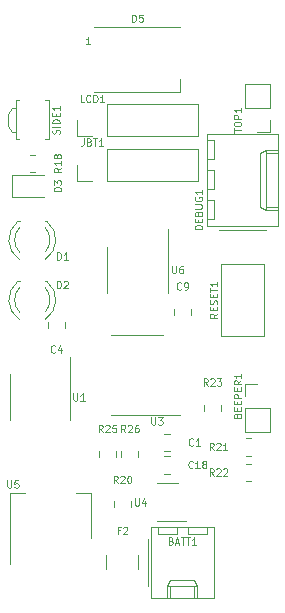
<source format=gbr>
%TF.GenerationSoftware,KiCad,Pcbnew,5.1.9-73d0e3b20d~88~ubuntu20.04.1*%
%TF.CreationDate,2021-03-24T22:28:27+08:00*%
%TF.ProjectId,elec-remote,656c6563-2d72-4656-9d6f-74652e6b6963,rev?*%
%TF.SameCoordinates,Original*%
%TF.FileFunction,Legend,Top*%
%TF.FilePolarity,Positive*%
%FSLAX46Y46*%
G04 Gerber Fmt 4.6, Leading zero omitted, Abs format (unit mm)*
G04 Created by KiCad (PCBNEW 5.1.9-73d0e3b20d~88~ubuntu20.04.1) date 2021-03-24 22:28:27*
%MOMM*%
%LPD*%
G01*
G04 APERTURE LIST*
%ADD10C,0.120000*%
%ADD11C,0.100000*%
G04 APERTURE END LIST*
D10*
%TO.C,D5*%
X38260000Y-27730000D02*
X45560000Y-27730000D01*
X38260000Y-33230000D02*
X45560000Y-33230000D01*
X45560000Y-33230000D02*
X45560000Y-32080000D01*
%TO.C,JBT1*%
X47050000Y-40700000D02*
X47050000Y-38040000D01*
X39370000Y-40700000D02*
X47050000Y-40700000D01*
X39370000Y-38040000D02*
X47050000Y-38040000D01*
X39370000Y-40700000D02*
X39370000Y-38040000D01*
X38100000Y-40700000D02*
X36770000Y-40700000D01*
X36770000Y-40700000D02*
X36770000Y-39370000D01*
%TO.C,TOP1*%
X53130000Y-32500000D02*
X51010000Y-32500000D01*
X53130000Y-34560000D02*
X53130000Y-32500000D01*
X51010000Y-34560000D02*
X51010000Y-32500000D01*
X53130000Y-34560000D02*
X51010000Y-34560000D01*
X53130000Y-35560000D02*
X53130000Y-36620000D01*
X53130000Y-36620000D02*
X52070000Y-36620000D01*
%TO.C,DEBUG1*%
X47770000Y-44560000D02*
X53790000Y-44560000D01*
X53790000Y-44560000D02*
X53790000Y-36720000D01*
X53790000Y-36720000D02*
X47770000Y-36720000D01*
X47770000Y-36720000D02*
X47770000Y-44560000D01*
X48800000Y-44850000D02*
X52800000Y-44850000D01*
X53790000Y-43180000D02*
X52790000Y-43180000D01*
X52790000Y-43180000D02*
X52790000Y-38100000D01*
X52790000Y-38100000D02*
X53790000Y-38100000D01*
X52790000Y-43180000D02*
X52260000Y-42930000D01*
X52260000Y-42930000D02*
X52260000Y-38350000D01*
X52260000Y-38350000D02*
X52790000Y-38100000D01*
X53790000Y-42930000D02*
X52790000Y-42930000D01*
X53790000Y-38350000D02*
X52790000Y-38350000D01*
X47770000Y-43980000D02*
X48370000Y-43980000D01*
X48370000Y-43980000D02*
X48370000Y-42380000D01*
X48370000Y-42380000D02*
X47770000Y-42380000D01*
X47770000Y-41440000D02*
X48370000Y-41440000D01*
X48370000Y-41440000D02*
X48370000Y-39840000D01*
X48370000Y-39840000D02*
X47770000Y-39840000D01*
X47770000Y-38900000D02*
X48370000Y-38900000D01*
X48370000Y-38900000D02*
X48370000Y-37300000D01*
X48370000Y-37300000D02*
X47770000Y-37300000D01*
%TO.C,BEEPER1*%
X51010000Y-62020000D02*
X53130000Y-62020000D01*
X51010000Y-59960000D02*
X51010000Y-62020000D01*
X53130000Y-59960000D02*
X53130000Y-62020000D01*
X51010000Y-59960000D02*
X53130000Y-59960000D01*
X51010000Y-58960000D02*
X51010000Y-57900000D01*
X51010000Y-57900000D02*
X52070000Y-57900000D01*
%TO.C,SIDE1*%
X30920000Y-36060000D02*
X31300000Y-36560000D01*
X31300000Y-36560000D02*
X31620000Y-36560000D01*
X30920000Y-36060000D02*
X30920000Y-35060000D01*
X30920000Y-35060000D02*
X31300000Y-34560000D01*
X31300000Y-34560000D02*
X31620000Y-34560000D01*
X34420000Y-37210000D02*
X34420000Y-33910000D01*
X34120000Y-37210000D02*
X34420000Y-37210000D01*
X34420000Y-33910000D02*
X34120000Y-33910000D01*
X31920000Y-37210000D02*
X31620000Y-37210000D01*
X31620000Y-37210000D02*
X31620000Y-33910000D01*
X31620000Y-33910000D02*
X31920000Y-33910000D01*
%TO.C,LCD1*%
X47050000Y-36890000D02*
X47050000Y-34230000D01*
X39370000Y-36890000D02*
X47050000Y-36890000D01*
X39370000Y-34230000D02*
X47050000Y-34230000D01*
X39370000Y-36890000D02*
X39370000Y-34230000D01*
X38100000Y-36890000D02*
X36770000Y-36890000D01*
X36770000Y-36890000D02*
X36770000Y-35560000D01*
%TO.C,U6*%
X39350000Y-48260000D02*
X39350000Y-50210000D01*
X39350000Y-48260000D02*
X39350000Y-46310000D01*
X44470000Y-48260000D02*
X44470000Y-50210000D01*
X44470000Y-48260000D02*
X44470000Y-44810000D01*
%TO.C,U5*%
X37954000Y-67178000D02*
X36694000Y-67178000D01*
X31134000Y-67178000D02*
X32394000Y-67178000D01*
X37954000Y-70938000D02*
X37954000Y-67178000D01*
X31134000Y-73188000D02*
X31134000Y-67178000D01*
%TO.C,U4*%
X45350000Y-66335000D02*
X43550000Y-66335000D01*
X43550000Y-69555000D02*
X46000000Y-69555000D01*
%TO.C,U3*%
X41910000Y-53765000D02*
X39710000Y-53765000D01*
X41910000Y-53765000D02*
X44110000Y-53765000D01*
X41910000Y-60535000D02*
X39710000Y-60535000D01*
X41910000Y-60535000D02*
X45510000Y-60535000D01*
%TO.C,U1*%
X31095000Y-59055000D02*
X31095000Y-61005000D01*
X31095000Y-59055000D02*
X31095000Y-57105000D01*
X36215000Y-59055000D02*
X36215000Y-61005000D01*
X36215000Y-59055000D02*
X36215000Y-55605000D01*
%TO.C,RESET1*%
X48990000Y-53860000D02*
X48990000Y-47740000D01*
X48990000Y-47740000D02*
X52610000Y-47740000D01*
X52610000Y-47740000D02*
X52610000Y-53860000D01*
X52610000Y-53860000D02*
X48990000Y-53860000D01*
%TO.C,R26*%
X40540000Y-64084564D02*
X40540000Y-63630436D01*
X42010000Y-64084564D02*
X42010000Y-63630436D01*
%TO.C,R25*%
X40105000Y-63630436D02*
X40105000Y-64084564D01*
X38635000Y-63630436D02*
X38635000Y-64084564D01*
%TO.C,R23*%
X48995000Y-59716936D02*
X48995000Y-60171064D01*
X47525000Y-59716936D02*
X47525000Y-60171064D01*
%TO.C,R22*%
X51535064Y-66140000D02*
X51080936Y-66140000D01*
X51535064Y-64670000D02*
X51080936Y-64670000D01*
%TO.C,R21*%
X51535064Y-63981000D02*
X51080936Y-63981000D01*
X51535064Y-62511000D02*
X51080936Y-62511000D01*
%TO.C,R20*%
X39905000Y-68299064D02*
X39905000Y-67844936D01*
X41375000Y-68299064D02*
X41375000Y-67844936D01*
%TO.C,R18*%
X33247064Y-39978000D02*
X32792936Y-39978000D01*
X33247064Y-38508000D02*
X32792936Y-38508000D01*
%TO.C,BATT1*%
X43070000Y-69995000D02*
X43070000Y-76015000D01*
X43070000Y-76015000D02*
X48370000Y-76015000D01*
X48370000Y-76015000D02*
X48370000Y-69995000D01*
X48370000Y-69995000D02*
X43070000Y-69995000D01*
X42780000Y-71025000D02*
X42780000Y-75025000D01*
X44450000Y-76015000D02*
X44450000Y-75015000D01*
X44450000Y-75015000D02*
X46990000Y-75015000D01*
X46990000Y-75015000D02*
X46990000Y-76015000D01*
X44450000Y-75015000D02*
X44700000Y-74485000D01*
X44700000Y-74485000D02*
X46740000Y-74485000D01*
X46740000Y-74485000D02*
X46990000Y-75015000D01*
X44700000Y-76015000D02*
X44700000Y-75015000D01*
X46740000Y-76015000D02*
X46740000Y-75015000D01*
X43650000Y-69995000D02*
X43650000Y-70595000D01*
X43650000Y-70595000D02*
X45250000Y-70595000D01*
X45250000Y-70595000D02*
X45250000Y-69995000D01*
X46190000Y-69995000D02*
X46190000Y-70595000D01*
X46190000Y-70595000D02*
X47790000Y-70595000D01*
X47790000Y-70595000D02*
X47790000Y-69995000D01*
%TO.C,F2*%
X39280000Y-73627064D02*
X39280000Y-72422936D01*
X42000000Y-73627064D02*
X42000000Y-72422936D01*
%TO.C,D3*%
X34020000Y-40188000D02*
X31335000Y-40188000D01*
X31335000Y-40188000D02*
X31335000Y-42108000D01*
X31335000Y-42108000D02*
X34020000Y-42108000D01*
%TO.C,D2*%
X34256000Y-49240000D02*
X34100000Y-49240000D01*
X31940000Y-49240000D02*
X31784000Y-49240000D01*
X31940163Y-51841130D02*
G75*
G02*
X31940000Y-49759039I1079837J1041130D01*
G01*
X34099837Y-51841130D02*
G75*
G03*
X34100000Y-49759039I-1079837J1041130D01*
G01*
X31941392Y-52472335D02*
G75*
G02*
X31784484Y-49240000I1078608J1672335D01*
G01*
X34098608Y-52472335D02*
G75*
G03*
X34255516Y-49240000I-1078608J1672335D01*
G01*
%TO.C,D1*%
X34256000Y-44160000D02*
X34100000Y-44160000D01*
X31940000Y-44160000D02*
X31784000Y-44160000D01*
X31940163Y-46761130D02*
G75*
G02*
X31940000Y-44679039I1079837J1041130D01*
G01*
X34099837Y-46761130D02*
G75*
G03*
X34100000Y-44679039I-1079837J1041130D01*
G01*
X31941392Y-47392335D02*
G75*
G02*
X31784484Y-44160000I1078608J1672335D01*
G01*
X34098608Y-47392335D02*
G75*
G03*
X34255516Y-44160000I-1078608J1672335D01*
G01*
%TO.C,C18*%
X44711252Y-65505000D02*
X44188748Y-65505000D01*
X44711252Y-64035000D02*
X44188748Y-64035000D01*
%TO.C,C9*%
X44985000Y-52077252D02*
X44985000Y-51554748D01*
X46455000Y-52077252D02*
X46455000Y-51554748D01*
%TO.C,C4*%
X34317000Y-53220252D02*
X34317000Y-52697748D01*
X35787000Y-53220252D02*
X35787000Y-52697748D01*
%TO.C,C1*%
X44711252Y-63600000D02*
X44188748Y-63600000D01*
X44711252Y-62130000D02*
X44188748Y-62130000D01*
%TO.C,D5*%
D11*
X41467142Y-27251428D02*
X41467142Y-26651428D01*
X41610000Y-26651428D01*
X41695714Y-26680000D01*
X41752857Y-26737142D01*
X41781428Y-26794285D01*
X41810000Y-26908571D01*
X41810000Y-26994285D01*
X41781428Y-27108571D01*
X41752857Y-27165714D01*
X41695714Y-27222857D01*
X41610000Y-27251428D01*
X41467142Y-27251428D01*
X42352857Y-26651428D02*
X42067142Y-26651428D01*
X42038571Y-26937142D01*
X42067142Y-26908571D01*
X42124285Y-26880000D01*
X42267142Y-26880000D01*
X42324285Y-26908571D01*
X42352857Y-26937142D01*
X42381428Y-26994285D01*
X42381428Y-27137142D01*
X42352857Y-27194285D01*
X42324285Y-27222857D01*
X42267142Y-27251428D01*
X42124285Y-27251428D01*
X42067142Y-27222857D01*
X42038571Y-27194285D01*
X37931428Y-29151428D02*
X37588571Y-29151428D01*
X37760000Y-29151428D02*
X37760000Y-28551428D01*
X37702857Y-28637142D01*
X37645714Y-28694285D01*
X37588571Y-28722857D01*
%TO.C,JBT1*%
X37371428Y-37136428D02*
X37371428Y-37565000D01*
X37342857Y-37650714D01*
X37285714Y-37707857D01*
X37200000Y-37736428D01*
X37142857Y-37736428D01*
X37857142Y-37422142D02*
X37942857Y-37450714D01*
X37971428Y-37479285D01*
X38000000Y-37536428D01*
X38000000Y-37622142D01*
X37971428Y-37679285D01*
X37942857Y-37707857D01*
X37885714Y-37736428D01*
X37657142Y-37736428D01*
X37657142Y-37136428D01*
X37857142Y-37136428D01*
X37914285Y-37165000D01*
X37942857Y-37193571D01*
X37971428Y-37250714D01*
X37971428Y-37307857D01*
X37942857Y-37365000D01*
X37914285Y-37393571D01*
X37857142Y-37422142D01*
X37657142Y-37422142D01*
X38171428Y-37136428D02*
X38514285Y-37136428D01*
X38342857Y-37736428D02*
X38342857Y-37136428D01*
X39028571Y-37736428D02*
X38685714Y-37736428D01*
X38857142Y-37736428D02*
X38857142Y-37136428D01*
X38800000Y-37222142D01*
X38742857Y-37279285D01*
X38685714Y-37307857D01*
%TO.C,TOP1*%
X50090428Y-36631428D02*
X50090428Y-36288571D01*
X50690428Y-36460000D02*
X50090428Y-36460000D01*
X50090428Y-35974285D02*
X50090428Y-35860000D01*
X50119000Y-35802857D01*
X50176142Y-35745714D01*
X50290428Y-35717142D01*
X50490428Y-35717142D01*
X50604714Y-35745714D01*
X50661857Y-35802857D01*
X50690428Y-35860000D01*
X50690428Y-35974285D01*
X50661857Y-36031428D01*
X50604714Y-36088571D01*
X50490428Y-36117142D01*
X50290428Y-36117142D01*
X50176142Y-36088571D01*
X50119000Y-36031428D01*
X50090428Y-35974285D01*
X50690428Y-35460000D02*
X50090428Y-35460000D01*
X50090428Y-35231428D01*
X50119000Y-35174285D01*
X50147571Y-35145714D01*
X50204714Y-35117142D01*
X50290428Y-35117142D01*
X50347571Y-35145714D01*
X50376142Y-35174285D01*
X50404714Y-35231428D01*
X50404714Y-35460000D01*
X50690428Y-34545714D02*
X50690428Y-34888571D01*
X50690428Y-34717142D02*
X50090428Y-34717142D01*
X50176142Y-34774285D01*
X50233285Y-34831428D01*
X50261857Y-34888571D01*
%TO.C,DEBUG1*%
X47388428Y-44808571D02*
X46788428Y-44808571D01*
X46788428Y-44665714D01*
X46817000Y-44580000D01*
X46874142Y-44522857D01*
X46931285Y-44494285D01*
X47045571Y-44465714D01*
X47131285Y-44465714D01*
X47245571Y-44494285D01*
X47302714Y-44522857D01*
X47359857Y-44580000D01*
X47388428Y-44665714D01*
X47388428Y-44808571D01*
X47074142Y-44208571D02*
X47074142Y-44008571D01*
X47388428Y-43922857D02*
X47388428Y-44208571D01*
X46788428Y-44208571D01*
X46788428Y-43922857D01*
X47074142Y-43465714D02*
X47102714Y-43380000D01*
X47131285Y-43351428D01*
X47188428Y-43322857D01*
X47274142Y-43322857D01*
X47331285Y-43351428D01*
X47359857Y-43380000D01*
X47388428Y-43437142D01*
X47388428Y-43665714D01*
X46788428Y-43665714D01*
X46788428Y-43465714D01*
X46817000Y-43408571D01*
X46845571Y-43380000D01*
X46902714Y-43351428D01*
X46959857Y-43351428D01*
X47017000Y-43380000D01*
X47045571Y-43408571D01*
X47074142Y-43465714D01*
X47074142Y-43665714D01*
X46788428Y-43065714D02*
X47274142Y-43065714D01*
X47331285Y-43037142D01*
X47359857Y-43008571D01*
X47388428Y-42951428D01*
X47388428Y-42837142D01*
X47359857Y-42780000D01*
X47331285Y-42751428D01*
X47274142Y-42722857D01*
X46788428Y-42722857D01*
X46817000Y-42122857D02*
X46788428Y-42180000D01*
X46788428Y-42265714D01*
X46817000Y-42351428D01*
X46874142Y-42408571D01*
X46931285Y-42437142D01*
X47045571Y-42465714D01*
X47131285Y-42465714D01*
X47245571Y-42437142D01*
X47302714Y-42408571D01*
X47359857Y-42351428D01*
X47388428Y-42265714D01*
X47388428Y-42208571D01*
X47359857Y-42122857D01*
X47331285Y-42094285D01*
X47131285Y-42094285D01*
X47131285Y-42208571D01*
X47388428Y-41522857D02*
X47388428Y-41865714D01*
X47388428Y-41694285D02*
X46788428Y-41694285D01*
X46874142Y-41751428D01*
X46931285Y-41808571D01*
X46959857Y-41865714D01*
%TO.C,BEEPER1*%
X50376142Y-60585142D02*
X50404714Y-60499428D01*
X50433285Y-60470857D01*
X50490428Y-60442285D01*
X50576142Y-60442285D01*
X50633285Y-60470857D01*
X50661857Y-60499428D01*
X50690428Y-60556571D01*
X50690428Y-60785142D01*
X50090428Y-60785142D01*
X50090428Y-60585142D01*
X50119000Y-60528000D01*
X50147571Y-60499428D01*
X50204714Y-60470857D01*
X50261857Y-60470857D01*
X50319000Y-60499428D01*
X50347571Y-60528000D01*
X50376142Y-60585142D01*
X50376142Y-60785142D01*
X50376142Y-60185142D02*
X50376142Y-59985142D01*
X50690428Y-59899428D02*
X50690428Y-60185142D01*
X50090428Y-60185142D01*
X50090428Y-59899428D01*
X50376142Y-59642285D02*
X50376142Y-59442285D01*
X50690428Y-59356571D02*
X50690428Y-59642285D01*
X50090428Y-59642285D01*
X50090428Y-59356571D01*
X50690428Y-59099428D02*
X50090428Y-59099428D01*
X50090428Y-58870857D01*
X50119000Y-58813714D01*
X50147571Y-58785142D01*
X50204714Y-58756571D01*
X50290428Y-58756571D01*
X50347571Y-58785142D01*
X50376142Y-58813714D01*
X50404714Y-58870857D01*
X50404714Y-59099428D01*
X50376142Y-58499428D02*
X50376142Y-58299428D01*
X50690428Y-58213714D02*
X50690428Y-58499428D01*
X50090428Y-58499428D01*
X50090428Y-58213714D01*
X50690428Y-57613714D02*
X50404714Y-57813714D01*
X50690428Y-57956571D02*
X50090428Y-57956571D01*
X50090428Y-57728000D01*
X50119000Y-57670857D01*
X50147571Y-57642285D01*
X50204714Y-57613714D01*
X50290428Y-57613714D01*
X50347571Y-57642285D01*
X50376142Y-57670857D01*
X50404714Y-57728000D01*
X50404714Y-57956571D01*
X50690428Y-57042285D02*
X50690428Y-57385142D01*
X50690428Y-57213714D02*
X50090428Y-57213714D01*
X50176142Y-57270857D01*
X50233285Y-57328000D01*
X50261857Y-57385142D01*
%TO.C,SIDE1*%
X35294857Y-36731428D02*
X35323428Y-36645714D01*
X35323428Y-36502857D01*
X35294857Y-36445714D01*
X35266285Y-36417142D01*
X35209142Y-36388571D01*
X35152000Y-36388571D01*
X35094857Y-36417142D01*
X35066285Y-36445714D01*
X35037714Y-36502857D01*
X35009142Y-36617142D01*
X34980571Y-36674285D01*
X34952000Y-36702857D01*
X34894857Y-36731428D01*
X34837714Y-36731428D01*
X34780571Y-36702857D01*
X34752000Y-36674285D01*
X34723428Y-36617142D01*
X34723428Y-36474285D01*
X34752000Y-36388571D01*
X35323428Y-36131428D02*
X34723428Y-36131428D01*
X35323428Y-35845714D02*
X34723428Y-35845714D01*
X34723428Y-35702857D01*
X34752000Y-35617142D01*
X34809142Y-35560000D01*
X34866285Y-35531428D01*
X34980571Y-35502857D01*
X35066285Y-35502857D01*
X35180571Y-35531428D01*
X35237714Y-35560000D01*
X35294857Y-35617142D01*
X35323428Y-35702857D01*
X35323428Y-35845714D01*
X35009142Y-35245714D02*
X35009142Y-35045714D01*
X35323428Y-34960000D02*
X35323428Y-35245714D01*
X34723428Y-35245714D01*
X34723428Y-34960000D01*
X35323428Y-34388571D02*
X35323428Y-34731428D01*
X35323428Y-34560000D02*
X34723428Y-34560000D01*
X34809142Y-34617142D01*
X34866285Y-34674285D01*
X34894857Y-34731428D01*
%TO.C,LCD1*%
X37400000Y-34053428D02*
X37114285Y-34053428D01*
X37114285Y-33453428D01*
X37942857Y-33996285D02*
X37914285Y-34024857D01*
X37828571Y-34053428D01*
X37771428Y-34053428D01*
X37685714Y-34024857D01*
X37628571Y-33967714D01*
X37600000Y-33910571D01*
X37571428Y-33796285D01*
X37571428Y-33710571D01*
X37600000Y-33596285D01*
X37628571Y-33539142D01*
X37685714Y-33482000D01*
X37771428Y-33453428D01*
X37828571Y-33453428D01*
X37914285Y-33482000D01*
X37942857Y-33510571D01*
X38200000Y-34053428D02*
X38200000Y-33453428D01*
X38342857Y-33453428D01*
X38428571Y-33482000D01*
X38485714Y-33539142D01*
X38514285Y-33596285D01*
X38542857Y-33710571D01*
X38542857Y-33796285D01*
X38514285Y-33910571D01*
X38485714Y-33967714D01*
X38428571Y-34024857D01*
X38342857Y-34053428D01*
X38200000Y-34053428D01*
X39114285Y-34053428D02*
X38771428Y-34053428D01*
X38942857Y-34053428D02*
X38942857Y-33453428D01*
X38885714Y-33539142D01*
X38828571Y-33596285D01*
X38771428Y-33624857D01*
%TO.C,U6*%
X44852857Y-47931428D02*
X44852857Y-48417142D01*
X44881428Y-48474285D01*
X44910000Y-48502857D01*
X44967142Y-48531428D01*
X45081428Y-48531428D01*
X45138571Y-48502857D01*
X45167142Y-48474285D01*
X45195714Y-48417142D01*
X45195714Y-47931428D01*
X45738571Y-47931428D02*
X45624285Y-47931428D01*
X45567142Y-47960000D01*
X45538571Y-47988571D01*
X45481428Y-48074285D01*
X45452857Y-48188571D01*
X45452857Y-48417142D01*
X45481428Y-48474285D01*
X45510000Y-48502857D01*
X45567142Y-48531428D01*
X45681428Y-48531428D01*
X45738571Y-48502857D01*
X45767142Y-48474285D01*
X45795714Y-48417142D01*
X45795714Y-48274285D01*
X45767142Y-48217142D01*
X45738571Y-48188571D01*
X45681428Y-48160000D01*
X45567142Y-48160000D01*
X45510000Y-48188571D01*
X45481428Y-48217142D01*
X45452857Y-48274285D01*
%TO.C,U5*%
X30911857Y-66092428D02*
X30911857Y-66578142D01*
X30940428Y-66635285D01*
X30969000Y-66663857D01*
X31026142Y-66692428D01*
X31140428Y-66692428D01*
X31197571Y-66663857D01*
X31226142Y-66635285D01*
X31254714Y-66578142D01*
X31254714Y-66092428D01*
X31826142Y-66092428D02*
X31540428Y-66092428D01*
X31511857Y-66378142D01*
X31540428Y-66349571D01*
X31597571Y-66321000D01*
X31740428Y-66321000D01*
X31797571Y-66349571D01*
X31826142Y-66378142D01*
X31854714Y-66435285D01*
X31854714Y-66578142D01*
X31826142Y-66635285D01*
X31797571Y-66663857D01*
X31740428Y-66692428D01*
X31597571Y-66692428D01*
X31540428Y-66663857D01*
X31511857Y-66635285D01*
%TO.C,U4*%
X41706857Y-67616428D02*
X41706857Y-68102142D01*
X41735428Y-68159285D01*
X41764000Y-68187857D01*
X41821142Y-68216428D01*
X41935428Y-68216428D01*
X41992571Y-68187857D01*
X42021142Y-68159285D01*
X42049714Y-68102142D01*
X42049714Y-67616428D01*
X42592571Y-67816428D02*
X42592571Y-68216428D01*
X42449714Y-67587857D02*
X42306857Y-68016428D01*
X42678285Y-68016428D01*
%TO.C,U3*%
X43103857Y-60758428D02*
X43103857Y-61244142D01*
X43132428Y-61301285D01*
X43161000Y-61329857D01*
X43218142Y-61358428D01*
X43332428Y-61358428D01*
X43389571Y-61329857D01*
X43418142Y-61301285D01*
X43446714Y-61244142D01*
X43446714Y-60758428D01*
X43675285Y-60758428D02*
X44046714Y-60758428D01*
X43846714Y-60987000D01*
X43932428Y-60987000D01*
X43989571Y-61015571D01*
X44018142Y-61044142D01*
X44046714Y-61101285D01*
X44046714Y-61244142D01*
X44018142Y-61301285D01*
X43989571Y-61329857D01*
X43932428Y-61358428D01*
X43761000Y-61358428D01*
X43703857Y-61329857D01*
X43675285Y-61301285D01*
%TO.C,U1*%
X36499857Y-58726428D02*
X36499857Y-59212142D01*
X36528428Y-59269285D01*
X36557000Y-59297857D01*
X36614142Y-59326428D01*
X36728428Y-59326428D01*
X36785571Y-59297857D01*
X36814142Y-59269285D01*
X36842714Y-59212142D01*
X36842714Y-58726428D01*
X37442714Y-59326428D02*
X37099857Y-59326428D01*
X37271285Y-59326428D02*
X37271285Y-58726428D01*
X37214142Y-58812142D01*
X37157000Y-58869285D01*
X37099857Y-58897857D01*
%TO.C,RESET1*%
X48658428Y-51957142D02*
X48372714Y-52157142D01*
X48658428Y-52300000D02*
X48058428Y-52300000D01*
X48058428Y-52071428D01*
X48087000Y-52014285D01*
X48115571Y-51985714D01*
X48172714Y-51957142D01*
X48258428Y-51957142D01*
X48315571Y-51985714D01*
X48344142Y-52014285D01*
X48372714Y-52071428D01*
X48372714Y-52300000D01*
X48344142Y-51700000D02*
X48344142Y-51500000D01*
X48658428Y-51414285D02*
X48658428Y-51700000D01*
X48058428Y-51700000D01*
X48058428Y-51414285D01*
X48629857Y-51185714D02*
X48658428Y-51100000D01*
X48658428Y-50957142D01*
X48629857Y-50900000D01*
X48601285Y-50871428D01*
X48544142Y-50842857D01*
X48487000Y-50842857D01*
X48429857Y-50871428D01*
X48401285Y-50900000D01*
X48372714Y-50957142D01*
X48344142Y-51071428D01*
X48315571Y-51128571D01*
X48287000Y-51157142D01*
X48229857Y-51185714D01*
X48172714Y-51185714D01*
X48115571Y-51157142D01*
X48087000Y-51128571D01*
X48058428Y-51071428D01*
X48058428Y-50928571D01*
X48087000Y-50842857D01*
X48344142Y-50585714D02*
X48344142Y-50385714D01*
X48658428Y-50300000D02*
X48658428Y-50585714D01*
X48058428Y-50585714D01*
X48058428Y-50300000D01*
X48058428Y-50128571D02*
X48058428Y-49785714D01*
X48658428Y-49957142D02*
X48058428Y-49957142D01*
X48658428Y-49271428D02*
X48658428Y-49614285D01*
X48658428Y-49442857D02*
X48058428Y-49442857D01*
X48144142Y-49500000D01*
X48201285Y-49557142D01*
X48229857Y-49614285D01*
%TO.C,R26*%
X40889285Y-61993428D02*
X40689285Y-61707714D01*
X40546428Y-61993428D02*
X40546428Y-61393428D01*
X40775000Y-61393428D01*
X40832142Y-61422000D01*
X40860714Y-61450571D01*
X40889285Y-61507714D01*
X40889285Y-61593428D01*
X40860714Y-61650571D01*
X40832142Y-61679142D01*
X40775000Y-61707714D01*
X40546428Y-61707714D01*
X41117857Y-61450571D02*
X41146428Y-61422000D01*
X41203571Y-61393428D01*
X41346428Y-61393428D01*
X41403571Y-61422000D01*
X41432142Y-61450571D01*
X41460714Y-61507714D01*
X41460714Y-61564857D01*
X41432142Y-61650571D01*
X41089285Y-61993428D01*
X41460714Y-61993428D01*
X41975000Y-61393428D02*
X41860714Y-61393428D01*
X41803571Y-61422000D01*
X41775000Y-61450571D01*
X41717857Y-61536285D01*
X41689285Y-61650571D01*
X41689285Y-61879142D01*
X41717857Y-61936285D01*
X41746428Y-61964857D01*
X41803571Y-61993428D01*
X41917857Y-61993428D01*
X41975000Y-61964857D01*
X42003571Y-61936285D01*
X42032142Y-61879142D01*
X42032142Y-61736285D01*
X42003571Y-61679142D01*
X41975000Y-61650571D01*
X41917857Y-61622000D01*
X41803571Y-61622000D01*
X41746428Y-61650571D01*
X41717857Y-61679142D01*
X41689285Y-61736285D01*
%TO.C,R25*%
X38984285Y-61993428D02*
X38784285Y-61707714D01*
X38641428Y-61993428D02*
X38641428Y-61393428D01*
X38870000Y-61393428D01*
X38927142Y-61422000D01*
X38955714Y-61450571D01*
X38984285Y-61507714D01*
X38984285Y-61593428D01*
X38955714Y-61650571D01*
X38927142Y-61679142D01*
X38870000Y-61707714D01*
X38641428Y-61707714D01*
X39212857Y-61450571D02*
X39241428Y-61422000D01*
X39298571Y-61393428D01*
X39441428Y-61393428D01*
X39498571Y-61422000D01*
X39527142Y-61450571D01*
X39555714Y-61507714D01*
X39555714Y-61564857D01*
X39527142Y-61650571D01*
X39184285Y-61993428D01*
X39555714Y-61993428D01*
X40098571Y-61393428D02*
X39812857Y-61393428D01*
X39784285Y-61679142D01*
X39812857Y-61650571D01*
X39870000Y-61622000D01*
X40012857Y-61622000D01*
X40070000Y-61650571D01*
X40098571Y-61679142D01*
X40127142Y-61736285D01*
X40127142Y-61879142D01*
X40098571Y-61936285D01*
X40070000Y-61964857D01*
X40012857Y-61993428D01*
X39870000Y-61993428D01*
X39812857Y-61964857D01*
X39784285Y-61936285D01*
%TO.C,R23*%
X47874285Y-58056428D02*
X47674285Y-57770714D01*
X47531428Y-58056428D02*
X47531428Y-57456428D01*
X47760000Y-57456428D01*
X47817142Y-57485000D01*
X47845714Y-57513571D01*
X47874285Y-57570714D01*
X47874285Y-57656428D01*
X47845714Y-57713571D01*
X47817142Y-57742142D01*
X47760000Y-57770714D01*
X47531428Y-57770714D01*
X48102857Y-57513571D02*
X48131428Y-57485000D01*
X48188571Y-57456428D01*
X48331428Y-57456428D01*
X48388571Y-57485000D01*
X48417142Y-57513571D01*
X48445714Y-57570714D01*
X48445714Y-57627857D01*
X48417142Y-57713571D01*
X48074285Y-58056428D01*
X48445714Y-58056428D01*
X48645714Y-57456428D02*
X49017142Y-57456428D01*
X48817142Y-57685000D01*
X48902857Y-57685000D01*
X48960000Y-57713571D01*
X48988571Y-57742142D01*
X49017142Y-57799285D01*
X49017142Y-57942142D01*
X48988571Y-57999285D01*
X48960000Y-58027857D01*
X48902857Y-58056428D01*
X48731428Y-58056428D01*
X48674285Y-58027857D01*
X48645714Y-57999285D01*
%TO.C,R22*%
X48382285Y-65676428D02*
X48182285Y-65390714D01*
X48039428Y-65676428D02*
X48039428Y-65076428D01*
X48268000Y-65076428D01*
X48325142Y-65105000D01*
X48353714Y-65133571D01*
X48382285Y-65190714D01*
X48382285Y-65276428D01*
X48353714Y-65333571D01*
X48325142Y-65362142D01*
X48268000Y-65390714D01*
X48039428Y-65390714D01*
X48610857Y-65133571D02*
X48639428Y-65105000D01*
X48696571Y-65076428D01*
X48839428Y-65076428D01*
X48896571Y-65105000D01*
X48925142Y-65133571D01*
X48953714Y-65190714D01*
X48953714Y-65247857D01*
X48925142Y-65333571D01*
X48582285Y-65676428D01*
X48953714Y-65676428D01*
X49182285Y-65133571D02*
X49210857Y-65105000D01*
X49268000Y-65076428D01*
X49410857Y-65076428D01*
X49468000Y-65105000D01*
X49496571Y-65133571D01*
X49525142Y-65190714D01*
X49525142Y-65247857D01*
X49496571Y-65333571D01*
X49153714Y-65676428D01*
X49525142Y-65676428D01*
%TO.C,R21*%
X48382285Y-63517428D02*
X48182285Y-63231714D01*
X48039428Y-63517428D02*
X48039428Y-62917428D01*
X48268000Y-62917428D01*
X48325142Y-62946000D01*
X48353714Y-62974571D01*
X48382285Y-63031714D01*
X48382285Y-63117428D01*
X48353714Y-63174571D01*
X48325142Y-63203142D01*
X48268000Y-63231714D01*
X48039428Y-63231714D01*
X48610857Y-62974571D02*
X48639428Y-62946000D01*
X48696571Y-62917428D01*
X48839428Y-62917428D01*
X48896571Y-62946000D01*
X48925142Y-62974571D01*
X48953714Y-63031714D01*
X48953714Y-63088857D01*
X48925142Y-63174571D01*
X48582285Y-63517428D01*
X48953714Y-63517428D01*
X49525142Y-63517428D02*
X49182285Y-63517428D01*
X49353714Y-63517428D02*
X49353714Y-62917428D01*
X49296571Y-63003142D01*
X49239428Y-63060285D01*
X49182285Y-63088857D01*
%TO.C,R20*%
X40254285Y-66311428D02*
X40054285Y-66025714D01*
X39911428Y-66311428D02*
X39911428Y-65711428D01*
X40140000Y-65711428D01*
X40197142Y-65740000D01*
X40225714Y-65768571D01*
X40254285Y-65825714D01*
X40254285Y-65911428D01*
X40225714Y-65968571D01*
X40197142Y-65997142D01*
X40140000Y-66025714D01*
X39911428Y-66025714D01*
X40482857Y-65768571D02*
X40511428Y-65740000D01*
X40568571Y-65711428D01*
X40711428Y-65711428D01*
X40768571Y-65740000D01*
X40797142Y-65768571D01*
X40825714Y-65825714D01*
X40825714Y-65882857D01*
X40797142Y-65968571D01*
X40454285Y-66311428D01*
X40825714Y-66311428D01*
X41197142Y-65711428D02*
X41254285Y-65711428D01*
X41311428Y-65740000D01*
X41340000Y-65768571D01*
X41368571Y-65825714D01*
X41397142Y-65940000D01*
X41397142Y-66082857D01*
X41368571Y-66197142D01*
X41340000Y-66254285D01*
X41311428Y-66282857D01*
X41254285Y-66311428D01*
X41197142Y-66311428D01*
X41140000Y-66282857D01*
X41111428Y-66254285D01*
X41082857Y-66197142D01*
X41054285Y-66082857D01*
X41054285Y-65940000D01*
X41082857Y-65825714D01*
X41111428Y-65768571D01*
X41140000Y-65740000D01*
X41197142Y-65711428D01*
%TO.C,R18*%
X35450428Y-39628714D02*
X35164714Y-39828714D01*
X35450428Y-39971571D02*
X34850428Y-39971571D01*
X34850428Y-39743000D01*
X34879000Y-39685857D01*
X34907571Y-39657285D01*
X34964714Y-39628714D01*
X35050428Y-39628714D01*
X35107571Y-39657285D01*
X35136142Y-39685857D01*
X35164714Y-39743000D01*
X35164714Y-39971571D01*
X35450428Y-39057285D02*
X35450428Y-39400142D01*
X35450428Y-39228714D02*
X34850428Y-39228714D01*
X34936142Y-39285857D01*
X34993285Y-39343000D01*
X35021857Y-39400142D01*
X35107571Y-38714428D02*
X35079000Y-38771571D01*
X35050428Y-38800142D01*
X34993285Y-38828714D01*
X34964714Y-38828714D01*
X34907571Y-38800142D01*
X34879000Y-38771571D01*
X34850428Y-38714428D01*
X34850428Y-38600142D01*
X34879000Y-38543000D01*
X34907571Y-38514428D01*
X34964714Y-38485857D01*
X34993285Y-38485857D01*
X35050428Y-38514428D01*
X35079000Y-38543000D01*
X35107571Y-38600142D01*
X35107571Y-38714428D01*
X35136142Y-38771571D01*
X35164714Y-38800142D01*
X35221857Y-38828714D01*
X35336142Y-38828714D01*
X35393285Y-38800142D01*
X35421857Y-38771571D01*
X35450428Y-38714428D01*
X35450428Y-38600142D01*
X35421857Y-38543000D01*
X35393285Y-38514428D01*
X35336142Y-38485857D01*
X35221857Y-38485857D01*
X35164714Y-38514428D01*
X35136142Y-38543000D01*
X35107571Y-38600142D01*
%TO.C,BATT1*%
X44762857Y-71204142D02*
X44848571Y-71232714D01*
X44877142Y-71261285D01*
X44905714Y-71318428D01*
X44905714Y-71404142D01*
X44877142Y-71461285D01*
X44848571Y-71489857D01*
X44791428Y-71518428D01*
X44562857Y-71518428D01*
X44562857Y-70918428D01*
X44762857Y-70918428D01*
X44820000Y-70947000D01*
X44848571Y-70975571D01*
X44877142Y-71032714D01*
X44877142Y-71089857D01*
X44848571Y-71147000D01*
X44820000Y-71175571D01*
X44762857Y-71204142D01*
X44562857Y-71204142D01*
X45134285Y-71347000D02*
X45420000Y-71347000D01*
X45077142Y-71518428D02*
X45277142Y-70918428D01*
X45477142Y-71518428D01*
X45591428Y-70918428D02*
X45934285Y-70918428D01*
X45762857Y-71518428D02*
X45762857Y-70918428D01*
X46048571Y-70918428D02*
X46391428Y-70918428D01*
X46220000Y-71518428D02*
X46220000Y-70918428D01*
X46905714Y-71518428D02*
X46562857Y-71518428D01*
X46734285Y-71518428D02*
X46734285Y-70918428D01*
X46677142Y-71004142D01*
X46620000Y-71061285D01*
X46562857Y-71089857D01*
%TO.C,F2*%
X40440000Y-70315142D02*
X40240000Y-70315142D01*
X40240000Y-70629428D02*
X40240000Y-70029428D01*
X40525714Y-70029428D01*
X40725714Y-70086571D02*
X40754285Y-70058000D01*
X40811428Y-70029428D01*
X40954285Y-70029428D01*
X41011428Y-70058000D01*
X41040000Y-70086571D01*
X41068571Y-70143714D01*
X41068571Y-70200857D01*
X41040000Y-70286571D01*
X40697142Y-70629428D01*
X41068571Y-70629428D01*
%TO.C,D3*%
X35450428Y-41590857D02*
X34850428Y-41590857D01*
X34850428Y-41448000D01*
X34879000Y-41362285D01*
X34936142Y-41305142D01*
X34993285Y-41276571D01*
X35107571Y-41248000D01*
X35193285Y-41248000D01*
X35307571Y-41276571D01*
X35364714Y-41305142D01*
X35421857Y-41362285D01*
X35450428Y-41448000D01*
X35450428Y-41590857D01*
X34850428Y-41048000D02*
X34850428Y-40676571D01*
X35079000Y-40876571D01*
X35079000Y-40790857D01*
X35107571Y-40733714D01*
X35136142Y-40705142D01*
X35193285Y-40676571D01*
X35336142Y-40676571D01*
X35393285Y-40705142D01*
X35421857Y-40733714D01*
X35450428Y-40790857D01*
X35450428Y-40962285D01*
X35421857Y-41019428D01*
X35393285Y-41048000D01*
%TO.C,D2*%
X35117142Y-49801428D02*
X35117142Y-49201428D01*
X35260000Y-49201428D01*
X35345714Y-49230000D01*
X35402857Y-49287142D01*
X35431428Y-49344285D01*
X35460000Y-49458571D01*
X35460000Y-49544285D01*
X35431428Y-49658571D01*
X35402857Y-49715714D01*
X35345714Y-49772857D01*
X35260000Y-49801428D01*
X35117142Y-49801428D01*
X35688571Y-49258571D02*
X35717142Y-49230000D01*
X35774285Y-49201428D01*
X35917142Y-49201428D01*
X35974285Y-49230000D01*
X36002857Y-49258571D01*
X36031428Y-49315714D01*
X36031428Y-49372857D01*
X36002857Y-49458571D01*
X35660000Y-49801428D01*
X36031428Y-49801428D01*
%TO.C,D1*%
X35117142Y-47388428D02*
X35117142Y-46788428D01*
X35260000Y-46788428D01*
X35345714Y-46817000D01*
X35402857Y-46874142D01*
X35431428Y-46931285D01*
X35460000Y-47045571D01*
X35460000Y-47131285D01*
X35431428Y-47245571D01*
X35402857Y-47302714D01*
X35345714Y-47359857D01*
X35260000Y-47388428D01*
X35117142Y-47388428D01*
X36031428Y-47388428D02*
X35688571Y-47388428D01*
X35860000Y-47388428D02*
X35860000Y-46788428D01*
X35802857Y-46874142D01*
X35745714Y-46931285D01*
X35688571Y-46959857D01*
%TO.C,C18*%
X46604285Y-64984285D02*
X46575714Y-65012857D01*
X46490000Y-65041428D01*
X46432857Y-65041428D01*
X46347142Y-65012857D01*
X46290000Y-64955714D01*
X46261428Y-64898571D01*
X46232857Y-64784285D01*
X46232857Y-64698571D01*
X46261428Y-64584285D01*
X46290000Y-64527142D01*
X46347142Y-64470000D01*
X46432857Y-64441428D01*
X46490000Y-64441428D01*
X46575714Y-64470000D01*
X46604285Y-64498571D01*
X47175714Y-65041428D02*
X46832857Y-65041428D01*
X47004285Y-65041428D02*
X47004285Y-64441428D01*
X46947142Y-64527142D01*
X46890000Y-64584285D01*
X46832857Y-64612857D01*
X47518571Y-64698571D02*
X47461428Y-64670000D01*
X47432857Y-64641428D01*
X47404285Y-64584285D01*
X47404285Y-64555714D01*
X47432857Y-64498571D01*
X47461428Y-64470000D01*
X47518571Y-64441428D01*
X47632857Y-64441428D01*
X47690000Y-64470000D01*
X47718571Y-64498571D01*
X47747142Y-64555714D01*
X47747142Y-64584285D01*
X47718571Y-64641428D01*
X47690000Y-64670000D01*
X47632857Y-64698571D01*
X47518571Y-64698571D01*
X47461428Y-64727142D01*
X47432857Y-64755714D01*
X47404285Y-64812857D01*
X47404285Y-64927142D01*
X47432857Y-64984285D01*
X47461428Y-65012857D01*
X47518571Y-65041428D01*
X47632857Y-65041428D01*
X47690000Y-65012857D01*
X47718571Y-64984285D01*
X47747142Y-64927142D01*
X47747142Y-64812857D01*
X47718571Y-64755714D01*
X47690000Y-64727142D01*
X47632857Y-64698571D01*
%TO.C,C9*%
X45620000Y-49871285D02*
X45591428Y-49899857D01*
X45505714Y-49928428D01*
X45448571Y-49928428D01*
X45362857Y-49899857D01*
X45305714Y-49842714D01*
X45277142Y-49785571D01*
X45248571Y-49671285D01*
X45248571Y-49585571D01*
X45277142Y-49471285D01*
X45305714Y-49414142D01*
X45362857Y-49357000D01*
X45448571Y-49328428D01*
X45505714Y-49328428D01*
X45591428Y-49357000D01*
X45620000Y-49385571D01*
X45905714Y-49928428D02*
X46020000Y-49928428D01*
X46077142Y-49899857D01*
X46105714Y-49871285D01*
X46162857Y-49785571D01*
X46191428Y-49671285D01*
X46191428Y-49442714D01*
X46162857Y-49385571D01*
X46134285Y-49357000D01*
X46077142Y-49328428D01*
X45962857Y-49328428D01*
X45905714Y-49357000D01*
X45877142Y-49385571D01*
X45848571Y-49442714D01*
X45848571Y-49585571D01*
X45877142Y-49642714D01*
X45905714Y-49671285D01*
X45962857Y-49699857D01*
X46077142Y-49699857D01*
X46134285Y-49671285D01*
X46162857Y-49642714D01*
X46191428Y-49585571D01*
%TO.C,C4*%
X34952000Y-55205285D02*
X34923428Y-55233857D01*
X34837714Y-55262428D01*
X34780571Y-55262428D01*
X34694857Y-55233857D01*
X34637714Y-55176714D01*
X34609142Y-55119571D01*
X34580571Y-55005285D01*
X34580571Y-54919571D01*
X34609142Y-54805285D01*
X34637714Y-54748142D01*
X34694857Y-54691000D01*
X34780571Y-54662428D01*
X34837714Y-54662428D01*
X34923428Y-54691000D01*
X34952000Y-54719571D01*
X35466285Y-54862428D02*
X35466285Y-55262428D01*
X35323428Y-54633857D02*
X35180571Y-55062428D01*
X35552000Y-55062428D01*
%TO.C,C1*%
X46636000Y-63079285D02*
X46607428Y-63107857D01*
X46521714Y-63136428D01*
X46464571Y-63136428D01*
X46378857Y-63107857D01*
X46321714Y-63050714D01*
X46293142Y-62993571D01*
X46264571Y-62879285D01*
X46264571Y-62793571D01*
X46293142Y-62679285D01*
X46321714Y-62622142D01*
X46378857Y-62565000D01*
X46464571Y-62536428D01*
X46521714Y-62536428D01*
X46607428Y-62565000D01*
X46636000Y-62593571D01*
X47207428Y-63136428D02*
X46864571Y-63136428D01*
X47036000Y-63136428D02*
X47036000Y-62536428D01*
X46978857Y-62622142D01*
X46921714Y-62679285D01*
X46864571Y-62707857D01*
%TD*%
M02*

</source>
